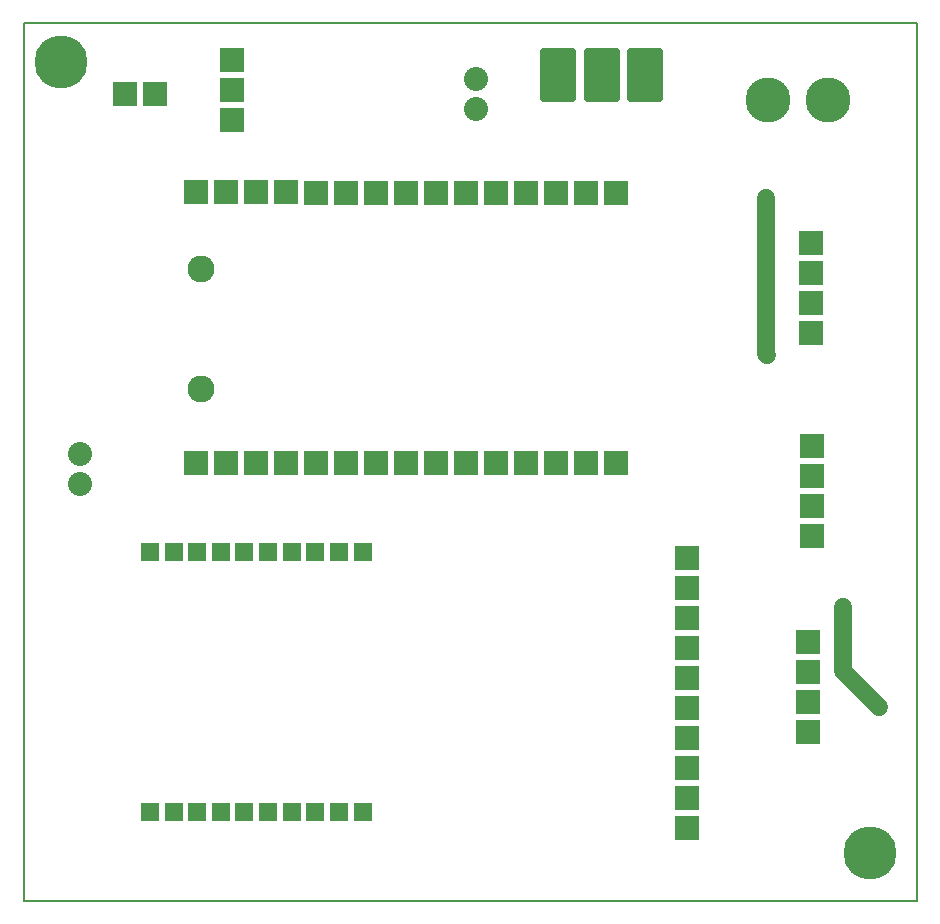
<source format=gbr>
G04 PROTEUS GERBER X2 FILE*
%TF.GenerationSoftware,Labcenter,Proteus,8.6-SP2-Build23525*%
%TF.CreationDate,2021-03-06T05:49:37+00:00*%
%TF.FileFunction,Copper,L1,Top*%
%TF.FilePolarity,Positive*%
%TF.Part,Single*%
%FSLAX45Y45*%
%MOMM*%
G01*
%TA.AperFunction,Conductor*%
%ADD10C,1.524000*%
%TA.AperFunction,ViaPad*%
%ADD11C,0.762000*%
%TA.AperFunction,ComponentPad*%
%ADD12R,2.032000X2.032000*%
%AMPPAD003*
4,1,36,
-1.143000,2.286000,
1.143000,2.286000,
1.220900,2.278420,
1.292940,2.256610,
1.357730,2.221960,
1.413870,2.175870,
1.459960,2.119730,
1.494610,2.054940,
1.516420,1.982900,
1.524000,1.905000,
1.524000,-1.905000,
1.516420,-1.982900,
1.494610,-2.054940,
1.459960,-2.119730,
1.413870,-2.175870,
1.357730,-2.221960,
1.292940,-2.256610,
1.220900,-2.278420,
1.143000,-2.286000,
-1.143000,-2.286000,
-1.220900,-2.278420,
-1.292940,-2.256610,
-1.357730,-2.221960,
-1.413870,-2.175870,
-1.459960,-2.119730,
-1.494610,-2.054940,
-1.516420,-1.982900,
-1.524000,-1.905000,
-1.524000,1.905000,
-1.516420,1.982900,
-1.494610,2.054940,
-1.459960,2.119730,
-1.413870,2.175870,
-1.357730,2.221960,
-1.292940,2.256610,
-1.220900,2.278420,
-1.143000,2.286000,
0*%
%TA.AperFunction,ComponentPad*%
%ADD13PPAD003*%
%TA.AperFunction,ComponentPad*%
%ADD14C,2.286000*%
%TA.AperFunction,OtherPad,Unknown*%
%ADD15C,4.500000*%
%TA.AperFunction,ComponentPad*%
%ADD16C,2.032000*%
%ADD17C,3.810000*%
%TA.AperFunction,ComponentPad*%
%ADD18R,1.524000X1.524000*%
%TA.AperFunction,Profile*%
%ADD19C,0.203200*%
%TD.AperFunction*%
D10*
X+2312500Y-549113D02*
X+2312500Y-1872028D01*
X+2323084Y-1882612D01*
X+2963744Y-4015076D02*
X+2963744Y-4559063D01*
X+3269212Y-4864531D01*
D11*
X+2312500Y-549113D03*
X+2323084Y-1882612D03*
X+2963744Y-4015076D03*
X+3269212Y-4864531D03*
D12*
X-2511441Y-2793380D03*
X-2257441Y-2793380D03*
X-2003441Y-2793380D03*
X-1749441Y-2793380D03*
X-1495441Y-2795920D03*
X-1241441Y-2795920D03*
X-987441Y-2795920D03*
X-733441Y-2795920D03*
X-479441Y-2795920D03*
X-225441Y-2795920D03*
X+28559Y-2798460D03*
X+282559Y-2798460D03*
X+536559Y-2798460D03*
X+790559Y-2798460D03*
X+1044559Y-2798460D03*
X-2513441Y-504920D03*
X-2259441Y-504920D03*
X-2005441Y-504920D03*
X-1751441Y-504920D03*
X-1497441Y-507460D03*
X-1243441Y-507460D03*
X-989441Y-507460D03*
X-735441Y-507460D03*
X-481441Y-507460D03*
X-227441Y-507460D03*
X+26559Y-510000D03*
X+280559Y-510000D03*
X+534559Y-510000D03*
X+788559Y-510000D03*
X+1042559Y-510000D03*
D13*
X+555201Y+490000D03*
X+925201Y+490000D03*
X+1295201Y+490000D03*
D14*
X-2469530Y-1153185D03*
X-2469530Y-2169185D03*
D12*
X-2856000Y+330000D03*
X-3110000Y+330000D03*
X+2674853Y-4307706D03*
X+2674853Y-4561706D03*
X+2674853Y-4815706D03*
X+2674853Y-5069706D03*
X+2702559Y-2650000D03*
X+2702559Y-2904000D03*
X+2702559Y-3158000D03*
X+2702559Y-3412000D03*
X+2697441Y-932000D03*
X+2697441Y-1186000D03*
X+2697441Y-1440000D03*
X+2697441Y-1694000D03*
D15*
X+3200000Y-6100000D03*
X-3650000Y+600000D03*
D12*
X-2203999Y+616000D03*
X-2203999Y+362000D03*
X-2203999Y+108000D03*
D16*
X-3488553Y-2716000D03*
X-3488553Y-2970000D03*
X-140000Y+200000D03*
X-140000Y+454000D03*
D17*
X+2840000Y+280000D03*
X+2332000Y+280000D03*
D18*
X-1100000Y-3550000D03*
X-1300000Y-3550000D03*
X-1500000Y-3550000D03*
X-1700000Y-3550000D03*
X-1900000Y-3550000D03*
X-2100000Y-3550000D03*
X-2300000Y-3550000D03*
X-2500000Y-3550000D03*
X-2700000Y-3550000D03*
X-2900000Y-3550000D03*
X-2900000Y-5750000D03*
X-2700000Y-5750000D03*
X-2500000Y-5750000D03*
X-2300000Y-5750000D03*
X-2100000Y-5750000D03*
X-1900000Y-5750000D03*
X-1700000Y-5750000D03*
X-1500000Y-5750000D03*
X-1300000Y-5750000D03*
X-1100000Y-5750000D03*
D12*
X+1647460Y-5886000D03*
X+1647460Y-5632000D03*
X+1647460Y-5378000D03*
X+1647460Y-5124000D03*
X+1647460Y-4870000D03*
X+1650000Y-4616000D03*
X+1650000Y-4362000D03*
X+1650000Y-4108000D03*
X+1650000Y-3854000D03*
X+1650000Y-3600000D03*
D19*
X-3970000Y-6502559D02*
X+3592323Y-6502559D01*
X+3592323Y+932087D01*
X-3970000Y+932087D01*
X-3970000Y-6502559D01*
M02*

</source>
